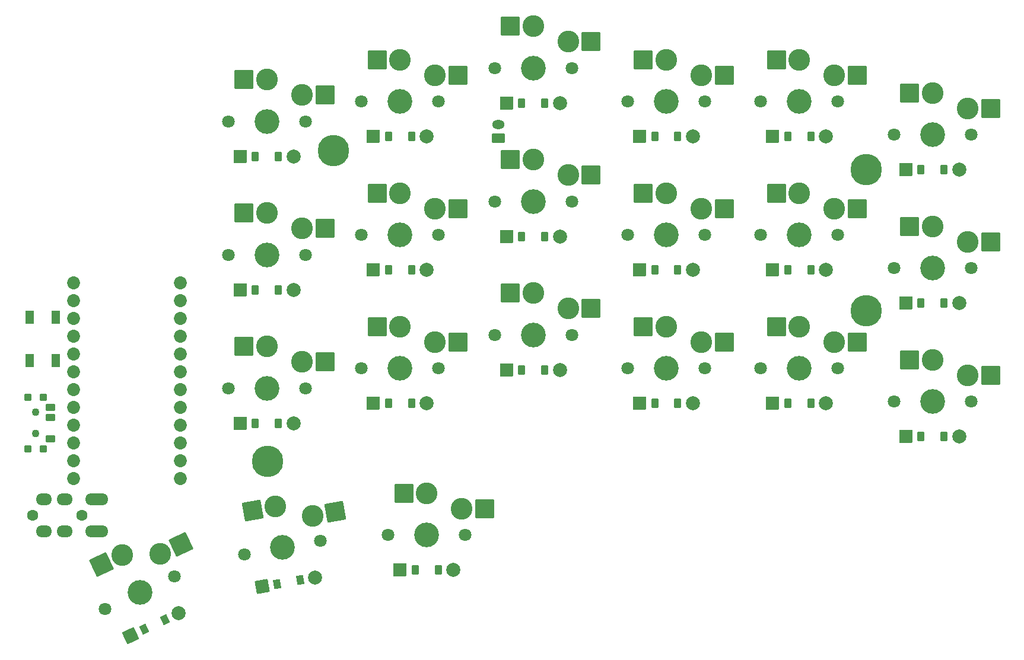
<source format=gbr>
%TF.GenerationSoftware,KiCad,Pcbnew,7.0.9*%
%TF.CreationDate,2024-08-18T04:48:34-07:00*%
%TF.ProjectId,right,72696768-742e-46b6-9963-61645f706362,v1.0.0*%
%TF.SameCoordinates,Original*%
%TF.FileFunction,Soldermask,Bot*%
%TF.FilePolarity,Negative*%
%FSLAX46Y46*%
G04 Gerber Fmt 4.6, Leading zero omitted, Abs format (unit mm)*
G04 Created by KiCad (PCBNEW 7.0.9) date 2024-08-18 04:48:34*
%MOMM*%
%LPD*%
G01*
G04 APERTURE LIST*
G04 Aperture macros list*
%AMRoundRect*
0 Rectangle with rounded corners*
0 $1 Rounding radius*
0 $2 $3 $4 $5 $6 $7 $8 $9 X,Y pos of 4 corners*
0 Add a 4 corners polygon primitive as box body*
4,1,4,$2,$3,$4,$5,$6,$7,$8,$9,$2,$3,0*
0 Add four circle primitives for the rounded corners*
1,1,$1+$1,$2,$3*
1,1,$1+$1,$4,$5*
1,1,$1+$1,$6,$7*
1,1,$1+$1,$8,$9*
0 Add four rect primitives between the rounded corners*
20,1,$1+$1,$2,$3,$4,$5,0*
20,1,$1+$1,$4,$5,$6,$7,0*
20,1,$1+$1,$6,$7,$8,$9,0*
20,1,$1+$1,$8,$9,$2,$3,0*%
G04 Aperture macros list end*
%ADD10C,3.529000*%
%ADD11C,1.801800*%
%ADD12C,3.100000*%
%ADD13RoundRect,0.050000X-0.628796X-1.727604X1.727604X-0.628796X0.628796X1.727604X-1.727604X0.628796X0*%
%ADD14RoundRect,0.050000X-1.054507X-1.505993X1.505993X-1.054507X1.054507X1.505993X-1.505993X1.054507X0*%
%ADD15RoundRect,0.050000X-1.300000X-1.300000X1.300000X-1.300000X1.300000X1.300000X-1.300000X1.300000X0*%
%ADD16RoundRect,0.050000X-0.154268X-0.733963X0.661409X-0.353606X0.154268X0.733963X-0.661409X0.353606X0*%
%ADD17RoundRect,0.050000X-0.430000X-1.181415X1.181415X-0.430000X0.430000X1.181415X-1.181415X0.430000X0*%
%ADD18C,2.005000*%
%ADD19RoundRect,0.050000X-0.338975X-0.669026X0.547352X-0.512743X0.338975X0.669026X-0.547352X0.512743X0*%
%ADD20RoundRect,0.050000X-0.721121X-1.029867X1.029867X-0.721121X0.721121X1.029867X-1.029867X0.721121X0*%
%ADD21RoundRect,0.050000X-0.450000X-0.600000X0.450000X-0.600000X0.450000X0.600000X-0.450000X0.600000X0*%
%ADD22RoundRect,0.050000X-0.889000X-0.889000X0.889000X-0.889000X0.889000X0.889000X-0.889000X0.889000X0*%
%ADD23RoundRect,0.050000X0.850000X-0.600000X0.850000X0.600000X-0.850000X0.600000X-0.850000X-0.600000X0*%
%ADD24O,1.800000X1.300000*%
%ADD25RoundRect,0.050000X0.550000X-0.900000X0.550000X0.900000X-0.550000X0.900000X-0.550000X-0.900000X0*%
%ADD26C,1.100000*%
%ADD27RoundRect,0.050000X0.625000X-0.450000X0.625000X0.450000X-0.625000X0.450000X-0.625000X-0.450000X0*%
%ADD28RoundRect,0.050000X0.450000X-0.450000X0.450000X0.450000X-0.450000X0.450000X-0.450000X-0.450000X0*%
%ADD29C,1.600000*%
%ADD30O,2.300000X1.700000*%
%ADD31C,1.852600*%
%ADD32C,0.800000*%
%ADD33C,4.500000*%
G04 APERTURE END LIST*
D10*
%TO.C,S1*%
X158356792Y-179205955D03*
D11*
X163341485Y-176881555D03*
X153372099Y-181530355D03*
D12*
X161303512Y-173694209D03*
X155842213Y-173813424D03*
D13*
X152874055Y-175197498D03*
X164271670Y-172310135D03*
%TD*%
D10*
%TO.C,S2*%
X178741107Y-172778805D03*
D11*
X184157550Y-171823740D03*
X173324664Y-173733870D03*
D12*
X183013965Y-168217535D03*
X177707900Y-166919199D03*
D14*
X174482655Y-167487897D03*
X186239210Y-167648837D03*
%TD*%
D10*
%TO.C,S3*%
X199300400Y-170980100D03*
D11*
X204800400Y-170980100D03*
X193800400Y-170980100D03*
D12*
X204300400Y-167230100D03*
X199300400Y-165030100D03*
D15*
X196025400Y-165030100D03*
X207575400Y-167230100D03*
%TD*%
D10*
%TO.C,S4*%
X271490400Y-151930100D03*
D11*
X276990400Y-151930100D03*
X265990400Y-151930100D03*
D12*
X276490400Y-148180100D03*
X271490400Y-145980100D03*
D15*
X268215400Y-145980100D03*
X279765400Y-148180100D03*
%TD*%
D10*
%TO.C,S5*%
X271490400Y-132880100D03*
D11*
X276990400Y-132880100D03*
X265990400Y-132880100D03*
D12*
X276490400Y-129130100D03*
X271490400Y-126930100D03*
D15*
X268215400Y-126930100D03*
X279765400Y-129130100D03*
%TD*%
D10*
%TO.C,S6*%
X271490400Y-113830100D03*
D11*
X276990400Y-113830100D03*
X265990400Y-113830100D03*
D12*
X276490400Y-110080100D03*
X271490400Y-107880100D03*
D15*
X268215400Y-107880100D03*
X279765400Y-110080100D03*
%TD*%
D10*
%TO.C,S7*%
X252490400Y-147167600D03*
D11*
X257990400Y-147167600D03*
X246990400Y-147167600D03*
D12*
X257490400Y-143417600D03*
X252490400Y-141217600D03*
D15*
X249215400Y-141217600D03*
X260765400Y-143417600D03*
%TD*%
D10*
%TO.C,S8*%
X252490400Y-128117600D03*
D11*
X257990400Y-128117600D03*
X246990400Y-128117600D03*
D12*
X257490400Y-124367600D03*
X252490400Y-122167600D03*
D15*
X249215400Y-122167600D03*
X260765400Y-124367600D03*
%TD*%
D10*
%TO.C,S9*%
X252490400Y-109067600D03*
D11*
X257990400Y-109067600D03*
X246990400Y-109067600D03*
D12*
X257490400Y-105317600D03*
X252490400Y-103117600D03*
D15*
X249215400Y-103117600D03*
X260765400Y-105317600D03*
%TD*%
D10*
%TO.C,S10*%
X233490400Y-147167600D03*
D11*
X238990400Y-147167600D03*
X227990400Y-147167600D03*
D12*
X238490400Y-143417600D03*
X233490400Y-141217600D03*
D15*
X230215400Y-141217600D03*
X241765400Y-143417600D03*
%TD*%
D10*
%TO.C,S11*%
X233490400Y-128117600D03*
D11*
X238990400Y-128117600D03*
X227990400Y-128117600D03*
D12*
X238490400Y-124367600D03*
X233490400Y-122167600D03*
D15*
X230215400Y-122167600D03*
X241765400Y-124367600D03*
%TD*%
D10*
%TO.C,S12*%
X233490400Y-109067600D03*
D11*
X238990400Y-109067600D03*
X227990400Y-109067600D03*
D12*
X238490400Y-105317600D03*
X233490400Y-103117600D03*
D15*
X230215400Y-103117600D03*
X241765400Y-105317600D03*
%TD*%
D10*
%TO.C,S13*%
X214490400Y-142405100D03*
D11*
X219990400Y-142405100D03*
X208990400Y-142405100D03*
D12*
X219490400Y-138655100D03*
X214490400Y-136455100D03*
D15*
X211215400Y-136455100D03*
X222765400Y-138655100D03*
%TD*%
D10*
%TO.C,S14*%
X214490400Y-123355100D03*
D11*
X219990400Y-123355100D03*
X208990400Y-123355100D03*
D12*
X219490400Y-119605100D03*
X214490400Y-117405100D03*
D15*
X211215400Y-117405100D03*
X222765400Y-119605100D03*
%TD*%
D10*
%TO.C,S15*%
X214490400Y-104305100D03*
D11*
X219990400Y-104305100D03*
X208990400Y-104305100D03*
D12*
X219490400Y-100555100D03*
X214490400Y-98355100D03*
D15*
X211215400Y-98355100D03*
X222765400Y-100555100D03*
%TD*%
D10*
%TO.C,S16*%
X195490400Y-147167600D03*
D11*
X200990400Y-147167600D03*
X189990400Y-147167600D03*
D12*
X200490400Y-143417600D03*
X195490400Y-141217600D03*
D15*
X192215400Y-141217600D03*
X203765400Y-143417600D03*
%TD*%
D10*
%TO.C,S17*%
X195490400Y-128117600D03*
D11*
X200990400Y-128117600D03*
X189990400Y-128117600D03*
D12*
X200490400Y-124367600D03*
X195490400Y-122167600D03*
D15*
X192215400Y-122167600D03*
X203765400Y-124367600D03*
%TD*%
D10*
%TO.C,S18*%
X195490400Y-109067600D03*
D11*
X200990400Y-109067600D03*
X189990400Y-109067600D03*
D12*
X200490400Y-105317600D03*
X195490400Y-103117600D03*
D15*
X192215400Y-103117600D03*
X203765400Y-105317600D03*
%TD*%
D10*
%TO.C,S19*%
X176490400Y-150025100D03*
D11*
X181990400Y-150025100D03*
X170990400Y-150025100D03*
D12*
X181490400Y-146275100D03*
X176490400Y-144075100D03*
D15*
X173215400Y-144075100D03*
X184765400Y-146275100D03*
%TD*%
D10*
%TO.C,S20*%
X176490400Y-130975100D03*
D11*
X181990400Y-130975100D03*
X170990400Y-130975100D03*
D12*
X181490400Y-127225100D03*
X176490400Y-125025100D03*
D15*
X173215400Y-125025100D03*
X184765400Y-127225100D03*
%TD*%
D10*
%TO.C,S21*%
X176490400Y-111925100D03*
D11*
X181990400Y-111925100D03*
X170990400Y-111925100D03*
D12*
X181490400Y-108175100D03*
X176490400Y-105975100D03*
D15*
X173215400Y-105975100D03*
X184765400Y-108175100D03*
%TD*%
D16*
%TO.C,D1*%
X161965291Y-183040174D03*
X158974475Y-184434814D03*
D17*
X157016850Y-185347670D03*
D18*
X163922916Y-182127318D03*
%TD*%
D19*
%TO.C,D2*%
X181234281Y-177416325D03*
X177984415Y-177989363D03*
D20*
X175857230Y-178364444D03*
D18*
X183361466Y-177041244D03*
%TD*%
D21*
%TO.C,D3*%
X200950400Y-175980100D03*
X197650400Y-175980100D03*
D22*
X195490400Y-175980100D03*
D18*
X203110400Y-175980100D03*
%TD*%
D21*
%TO.C,D4*%
X273140400Y-156930100D03*
X269840400Y-156930100D03*
D22*
X267680400Y-156930100D03*
D18*
X275300400Y-156930100D03*
%TD*%
D21*
%TO.C,D5*%
X273140400Y-137880100D03*
X269840400Y-137880100D03*
D22*
X267680400Y-137880100D03*
D18*
X275300400Y-137880100D03*
%TD*%
D21*
%TO.C,D6*%
X273140400Y-118830100D03*
X269840400Y-118830100D03*
D22*
X267680400Y-118830100D03*
D18*
X275300400Y-118830100D03*
%TD*%
D21*
%TO.C,D7*%
X254140400Y-152167600D03*
X250840400Y-152167600D03*
D22*
X248680400Y-152167600D03*
D18*
X256300400Y-152167600D03*
%TD*%
D21*
%TO.C,D8*%
X254140400Y-133117600D03*
X250840400Y-133117600D03*
D22*
X248680400Y-133117600D03*
D18*
X256300400Y-133117600D03*
%TD*%
D21*
%TO.C,D9*%
X254140400Y-114067600D03*
X250840400Y-114067600D03*
D22*
X248680400Y-114067600D03*
D18*
X256300400Y-114067600D03*
%TD*%
D21*
%TO.C,D10*%
X235140400Y-152167600D03*
X231840400Y-152167600D03*
D22*
X229680400Y-152167600D03*
D18*
X237300400Y-152167600D03*
%TD*%
D21*
%TO.C,D11*%
X235140400Y-133117600D03*
X231840400Y-133117600D03*
D22*
X229680400Y-133117600D03*
D18*
X237300400Y-133117600D03*
%TD*%
D21*
%TO.C,D12*%
X235140400Y-114067600D03*
X231840400Y-114067600D03*
D22*
X229680400Y-114067600D03*
D18*
X237300400Y-114067600D03*
%TD*%
D21*
%TO.C,D13*%
X216140400Y-147405100D03*
X212840400Y-147405100D03*
D22*
X210680400Y-147405100D03*
D18*
X218300400Y-147405100D03*
%TD*%
D21*
%TO.C,D14*%
X216140400Y-128355100D03*
X212840400Y-128355100D03*
D22*
X210680400Y-128355100D03*
D18*
X218300400Y-128355100D03*
%TD*%
D21*
%TO.C,D15*%
X216140400Y-109305100D03*
X212840400Y-109305100D03*
D22*
X210680400Y-109305100D03*
D18*
X218300400Y-109305100D03*
%TD*%
D21*
%TO.C,D16*%
X197140400Y-152167600D03*
X193840400Y-152167600D03*
D22*
X191680400Y-152167600D03*
D18*
X199300400Y-152167600D03*
%TD*%
D21*
%TO.C,D17*%
X197140400Y-133117600D03*
X193840400Y-133117600D03*
D22*
X191680400Y-133117600D03*
D18*
X199300400Y-133117600D03*
%TD*%
D21*
%TO.C,D18*%
X197140400Y-114067600D03*
X193840400Y-114067600D03*
D22*
X191680400Y-114067600D03*
D18*
X199300400Y-114067600D03*
%TD*%
D21*
%TO.C,D19*%
X178140400Y-155025100D03*
X174840400Y-155025100D03*
D22*
X172680400Y-155025100D03*
D18*
X180300400Y-155025100D03*
%TD*%
D21*
%TO.C,D20*%
X178140400Y-135975100D03*
X174840400Y-135975100D03*
D22*
X172680400Y-135975100D03*
D18*
X180300400Y-135975100D03*
%TD*%
D21*
%TO.C,D21*%
X178140400Y-116925100D03*
X174840400Y-116925100D03*
D22*
X172680400Y-116925100D03*
D18*
X180300400Y-116925100D03*
%TD*%
D23*
%TO.C,JST1*%
X209490400Y-114355100D03*
D24*
X209490400Y-112355100D03*
%TD*%
D25*
%TO.C,B1*%
X142640400Y-146075100D03*
X142640400Y-139875100D03*
X146340400Y-146075100D03*
X146340400Y-139875100D03*
%TD*%
D26*
%TO.C,T1*%
X143490400Y-153475100D03*
X143490400Y-156475100D03*
D27*
X145565400Y-157225100D03*
X145565400Y-154225100D03*
X145565400Y-152725100D03*
D28*
X142390400Y-151275100D03*
X144590400Y-151275100D03*
X144590400Y-158675100D03*
X142390400Y-158675100D03*
%TD*%
D29*
%TO.C,TRRS1*%
X150059800Y-168186100D03*
X143059800Y-168186100D03*
D30*
X152759800Y-165886100D03*
X151659800Y-170486100D03*
X147659800Y-170486100D03*
X144659800Y-170486100D03*
X152759800Y-170486100D03*
X151659800Y-165886100D03*
X147659800Y-165886100D03*
X144659800Y-165886100D03*
%TD*%
D31*
%TO.C,MCU1*%
X164110400Y-135005100D03*
X164110400Y-137545100D03*
X164110400Y-140085100D03*
X164110400Y-142625100D03*
X164110400Y-145165100D03*
X164110400Y-147705100D03*
X164110400Y-150245100D03*
X164110400Y-152785100D03*
X164110400Y-155325100D03*
X164110400Y-157865100D03*
X164110400Y-160405100D03*
X164110400Y-162945100D03*
X148870400Y-162945100D03*
X148870400Y-160405100D03*
X148870400Y-157865100D03*
X148870400Y-155325100D03*
X148870400Y-152785100D03*
X148870400Y-150245100D03*
X148870400Y-147705100D03*
X148870400Y-145165100D03*
X148870400Y-142625100D03*
X148870400Y-140085100D03*
X148870400Y-137545100D03*
X148870400Y-135005100D03*
%TD*%
D32*
%TO.C,_1*%
X263157126Y-119996826D03*
D33*
X261990400Y-118830100D03*
D32*
X261990400Y-120480100D03*
X263157126Y-117663374D03*
X260340400Y-118830100D03*
X260823674Y-117663374D03*
X260823674Y-119996826D03*
X263640400Y-118830100D03*
X261990400Y-117180100D03*
%TD*%
%TO.C,_2*%
X263157126Y-140096826D03*
D33*
X261990400Y-138930100D03*
D32*
X261990400Y-140580100D03*
X263157126Y-137763374D03*
X260340400Y-138930100D03*
X260823674Y-137763374D03*
X260823674Y-140096826D03*
X263640400Y-138930100D03*
X261990400Y-137280100D03*
%TD*%
%TO.C,_3*%
X187157126Y-117234326D03*
D33*
X185990400Y-116067600D03*
D32*
X185990400Y-117717600D03*
X187157126Y-114900874D03*
X184340400Y-116067600D03*
X184823674Y-114900874D03*
X184823674Y-117234326D03*
X187640400Y-116067600D03*
X185990400Y-114417600D03*
%TD*%
%TO.C,_4*%
X177922106Y-161415109D03*
D33*
X176570505Y-160468708D03*
D32*
X176857024Y-162093641D03*
X177516906Y-159117107D03*
X174945572Y-160755227D03*
X175218904Y-159522307D03*
X175624104Y-161820309D03*
X178195438Y-160182189D03*
X176283986Y-158843775D03*
%TD*%
M02*

</source>
